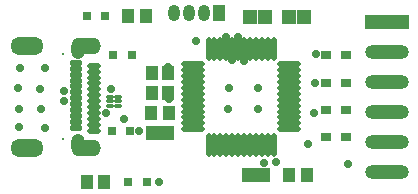
<source format=gbr>
G04*
G04 #@! TF.GenerationSoftware,Altium Limited,Altium Designer,23.1.1 (15)*
G04*
G04 Layer_Color=8388736*
%FSLAX25Y25*%
%MOIN*%
G70*
G04*
G04 #@! TF.SameCoordinates,1495F0C7-D67D-4403-963C-54D1E027F531*
G04*
G04*
G04 #@! TF.FilePolarity,Negative*
G04*
G01*
G75*
%ADD19R,0.03150X0.03150*%
%ADD25R,0.03100X0.03100*%
%ADD27R,0.03543X0.03150*%
%ADD30O,0.14580X0.04816*%
%ADD31R,0.14580X0.04816*%
%ADD32R,0.03950X0.04737*%
G04:AMPARAMS|DCode=33|XSize=15.87mil|YSize=24.54mil|CornerRadius=5.97mil|HoleSize=0mil|Usage=FLASHONLY|Rotation=270.000|XOffset=0mil|YOffset=0mil|HoleType=Round|Shape=RoundedRectangle|*
%AMROUNDEDRECTD33*
21,1,0.01587,0.01260,0,0,270.0*
21,1,0.00394,0.02454,0,0,270.0*
1,1,0.01194,-0.00630,-0.00197*
1,1,0.01194,-0.00630,0.00197*
1,1,0.01194,0.00630,0.00197*
1,1,0.01194,0.00630,-0.00197*
%
%ADD33ROUNDEDRECTD33*%
%ADD34R,0.04343X0.04934*%
G04:AMPARAMS|DCode=35|XSize=18.63mil|YSize=43.43mil|CornerRadius=5.33mil|HoleSize=0mil|Usage=FLASHONLY|Rotation=270.000|XOffset=0mil|YOffset=0mil|HoleType=Round|Shape=RoundedRectangle|*
%AMROUNDEDRECTD35*
21,1,0.01863,0.03278,0,0,270.0*
21,1,0.00797,0.04343,0,0,270.0*
1,1,0.01066,-0.01639,-0.00399*
1,1,0.01066,-0.01639,0.00399*
1,1,0.01066,0.01639,0.00399*
1,1,0.01066,0.01639,-0.00399*
%
%ADD35ROUNDEDRECTD35*%
G04:AMPARAMS|DCode=36|XSize=18.63mil|YSize=39.5mil|CornerRadius=5.33mil|HoleSize=0mil|Usage=FLASHONLY|Rotation=270.000|XOffset=0mil|YOffset=0mil|HoleType=Round|Shape=RoundedRectangle|*
%AMROUNDEDRECTD36*
21,1,0.01863,0.02884,0,0,270.0*
21,1,0.00797,0.03950,0,0,270.0*
1,1,0.01066,-0.01442,-0.00399*
1,1,0.01066,-0.01442,0.00399*
1,1,0.01066,0.01442,0.00399*
1,1,0.01066,0.01442,-0.00399*
%
%ADD36ROUNDEDRECTD36*%
%ADD37R,0.04540X0.04540*%
%ADD38O,0.01900X0.07887*%
%ADD39O,0.07887X0.01900*%
%ADD40O,0.09855X0.05524*%
%ADD41O,0.04737X0.06706*%
%ADD42C,0.00800*%
%ADD43O,0.11036X0.05918*%
%ADD44O,0.03950X0.05524*%
%ADD45R,0.03950X0.05524*%
%ADD46C,0.02800*%
D19*
X420748Y300500D02*
D03*
X414252D02*
D03*
X408850Y317500D02*
D03*
X415150D02*
D03*
X415500Y343000D02*
D03*
X409201D02*
D03*
D25*
X400600Y356000D02*
D03*
X406500D02*
D03*
D27*
X480154Y315500D02*
D03*
X486846D02*
D03*
X480307Y324500D02*
D03*
X487000D02*
D03*
Y333500D02*
D03*
X480307D02*
D03*
X486846Y343000D02*
D03*
X480154D02*
D03*
D30*
X500500Y314000D02*
D03*
Y334000D02*
D03*
Y344000D02*
D03*
Y324000D02*
D03*
Y304000D02*
D03*
D31*
Y354000D02*
D03*
D32*
X406469Y300500D02*
D03*
X400563D02*
D03*
X422047Y323699D02*
D03*
X427953D02*
D03*
X414258Y356000D02*
D03*
X420164D02*
D03*
X468000Y303000D02*
D03*
X473906D02*
D03*
D33*
X411000Y325925D02*
D03*
Y327500D02*
D03*
Y329075D02*
D03*
X408441Y325925D02*
D03*
Y327500D02*
D03*
Y329075D02*
D03*
D34*
X422244Y330399D02*
D03*
X427756D02*
D03*
X422244Y337000D02*
D03*
X427756D02*
D03*
D35*
X403130Y317681D02*
D03*
Y319650D02*
D03*
Y321618D02*
D03*
Y323587D02*
D03*
Y325555D02*
D03*
Y327524D02*
D03*
Y329492D02*
D03*
Y331461D02*
D03*
Y333429D02*
D03*
Y335398D02*
D03*
Y337366D02*
D03*
Y339335D02*
D03*
D36*
X396831Y340319D02*
D03*
Y338350D02*
D03*
Y336382D02*
D03*
Y334413D02*
D03*
Y332445D02*
D03*
Y330476D02*
D03*
Y328508D02*
D03*
Y326539D02*
D03*
Y324571D02*
D03*
Y322602D02*
D03*
Y320634D02*
D03*
Y318665D02*
D03*
D37*
X468039Y355500D02*
D03*
X472961D02*
D03*
X459961D02*
D03*
X455039D02*
D03*
X427461Y317000D02*
D03*
X459413Y303000D02*
D03*
X422539Y317000D02*
D03*
X454492Y303000D02*
D03*
D38*
X441173Y312955D02*
D03*
X443142D02*
D03*
X445110D02*
D03*
X447079D02*
D03*
X449047D02*
D03*
X451016D02*
D03*
X452984D02*
D03*
X454953D02*
D03*
X456921D02*
D03*
X458890D02*
D03*
X460858D02*
D03*
X462827D02*
D03*
Y345045D02*
D03*
X460858D02*
D03*
X458890D02*
D03*
X456921D02*
D03*
X454953D02*
D03*
X452984D02*
D03*
X451016D02*
D03*
X449047D02*
D03*
X447079D02*
D03*
X445110D02*
D03*
X443142D02*
D03*
X441173D02*
D03*
D39*
X468045Y318173D02*
D03*
Y320142D02*
D03*
Y322110D02*
D03*
Y324079D02*
D03*
Y326047D02*
D03*
Y328016D02*
D03*
Y329984D02*
D03*
Y331953D02*
D03*
Y333921D02*
D03*
Y335890D02*
D03*
Y337858D02*
D03*
Y339827D02*
D03*
X435955D02*
D03*
Y337858D02*
D03*
Y335890D02*
D03*
Y333921D02*
D03*
Y331953D02*
D03*
Y329984D02*
D03*
Y328016D02*
D03*
Y326047D02*
D03*
Y324079D02*
D03*
Y322110D02*
D03*
Y320142D02*
D03*
Y318173D02*
D03*
D40*
X400374Y346008D02*
D03*
Y311992D02*
D03*
D41*
X397815Y313173D02*
D03*
Y344827D02*
D03*
D42*
X392500Y343173D02*
D03*
X392756Y314827D02*
D03*
D43*
X380492Y346008D02*
D03*
Y311992D02*
D03*
D44*
X429500Y357000D02*
D03*
X434500D02*
D03*
X439500D02*
D03*
D45*
X444500D02*
D03*
D46*
X474406Y313144D02*
D03*
X463800Y307100D02*
D03*
X487500Y306500D02*
D03*
X437000Y347500D02*
D03*
X476300Y323600D02*
D03*
X453000Y340800D02*
D03*
X457700Y325000D02*
D03*
X447700D02*
D03*
X457700Y332000D02*
D03*
X447900Y331900D02*
D03*
X386557Y318654D02*
D03*
X377957Y318854D02*
D03*
X385157Y324854D02*
D03*
X378057Y324954D02*
D03*
X384857Y331654D02*
D03*
X377757Y331954D02*
D03*
X386500Y338600D02*
D03*
X378157Y338554D02*
D03*
X476800Y333500D02*
D03*
X477000Y343400D02*
D03*
X451014Y349006D02*
D03*
X413000Y321700D02*
D03*
X459600Y306900D02*
D03*
X424700Y300500D02*
D03*
X449047Y341187D02*
D03*
X447079Y348903D02*
D03*
X427900Y328400D02*
D03*
X427700Y339000D02*
D03*
X418000Y317500D02*
D03*
X393000Y327500D02*
D03*
Y331000D02*
D03*
X408500Y331500D02*
D03*
X407000Y323500D02*
D03*
M02*

</source>
